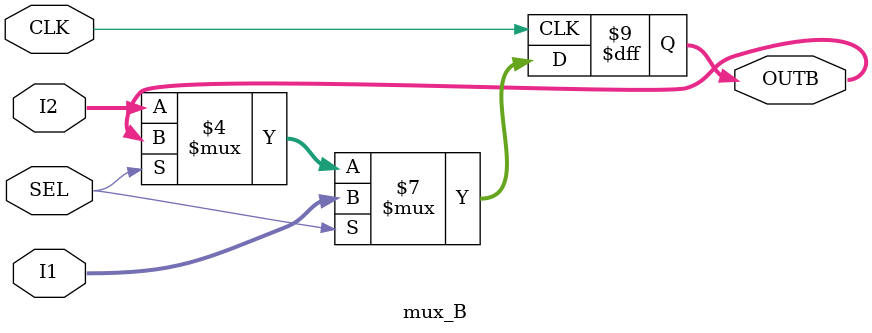
<source format=v>

`timescale 1ns / 1ps

module mux_B(CLK,I1,I2,SEL,OUTB);

input CLK;
input [4:0] I1;  //Address of current instruction
input [4:0] I2;  //Address of next instruction
input SEL;
output [4:0] OUTB;
reg [4:0] OUTB;

always@(posedge CLK)
begin
	if ( SEL == 1 ) begin
	OUTB <= I1;
	end
	else if (SEL == 0) begin
	OUTB <= I2;
	end
end
endmodule



</source>
